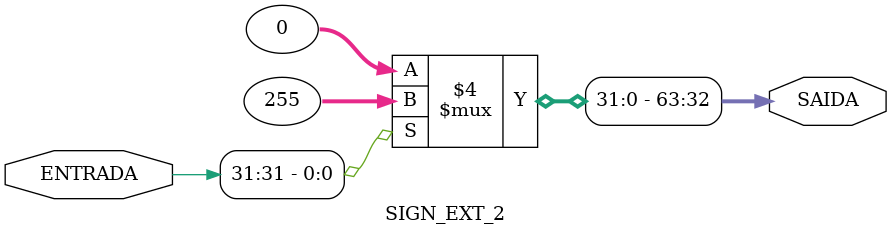
<source format=sv>
module SIGN_EXT_2 (input logic [31:0] ENTRADA,
                   output logic [63:0] SAIDA);

    always_comb begin
        if(ENTRADA[31] == 1'b0) begin
            SAIDA[63:32] = 32'h00;
        end
        else SAIDA[63:32] = 32'hff;    
    end
endmodule
</source>
